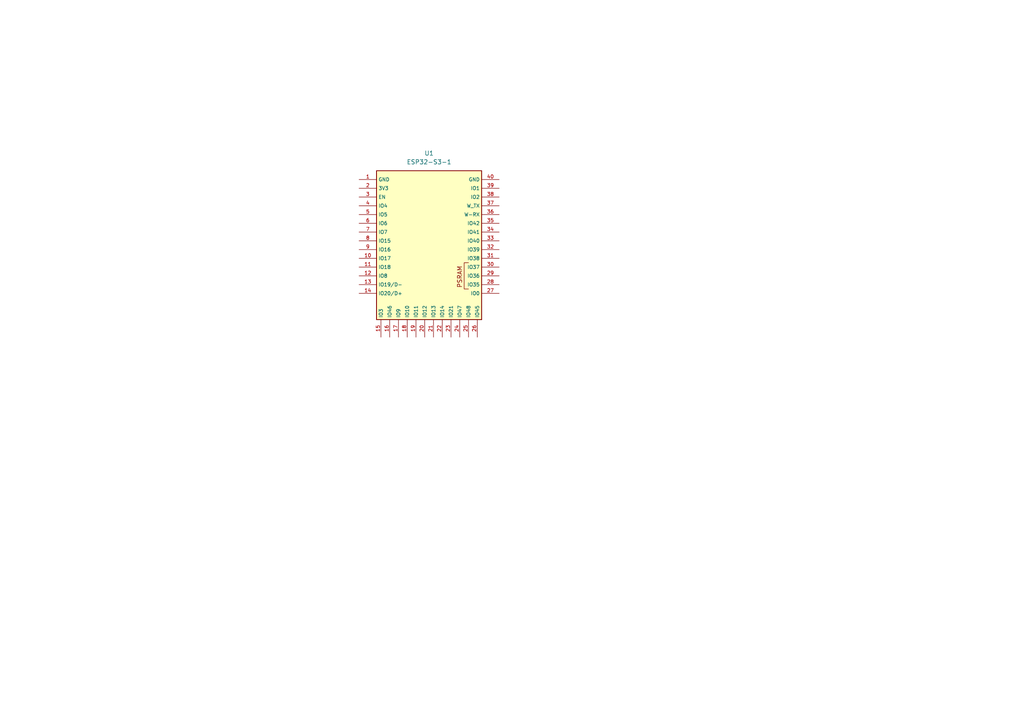
<source format=kicad_sch>
(kicad_sch (version 20250114) (generator "eeschema") (generator_version "9.0")
  (paper "A4")
  (lib_symbols
    (symbol "mouseLib:ESP32-S3-1-WROOM"
      (property "Reference" "U" (at -25.4 72.39 0))
      (property "Value" "ESP32-S3-1" (at 0 0 0))
      (symbol "ESP32-S3-1-WROOM_0_0"
        (rectangle (start -15.24 20.32) (end 15.24 -22.86) (stroke (width 0.254)) (fill (type background)))
        (pin power_in line (at -20.32 17.78 0) (length 5.08) (name "GND") (number "1"))
        (pin power_in line (at -20.32 15.24 0) (length 5.08) (name "3V3") (number "2"))
        (pin input line (at -20.32 12.7 0) (length 5.08) (name "EN") (number "3"))
        (pin bidirectional line (at -20.32 10.16 0) (length 5.08) (name "IO4") (number "4"))
        (pin bidirectional line (at -20.32 7.62 0) (length 5.08) (name "IO5") (number "5"))
        (pin bidirectional line (at -20.32 5.08 0) (length 5.08) (name "IO6") (number "6"))
        (pin bidirectional line (at -20.32 2.54 0) (length 5.08) (name "IO7") (number "7"))
      )
      (symbol "ESP32-S3-1-WROOM_0_1"
        (polyline (pts (xy 11.43 -6.35) (xy 10.16 -6.35) (xy 10.16 -13.97) (xy 11.43 -13.97)))
      )
      (symbol "ESP32-S3-1-WROOM_1_0"
        (pin bidirectional line (at -20.32 0 0) (length 5.08) (name "IO15") (number "8"))
        (pin bidirectional line (at -20.32 -2.54 0) (length 5.08) (name "IO16") (number "9"))
        (pin bidirectional line (at -20.32 -5.08 0) (length 5.08) (name "IO17") (number "10"))
        (pin bidirectional line (at -20.32 -7.62 0) (length 5.08) (name "IO18") (number "11"))
        (pin bidirectional line (at -20.32 -10.16 0) (length 5.08) (name "IO8") (number "12"))
        (pin bidirectional line (at -20.32 -12.7 0) (length 5.08) (name "IO19/D-") (number "13"))
        (pin bidirectional line (at -20.32 -15.24 0) (length 5.08) (name "IO20/D+") (number "14"))
        (pin bidirectional line (at -13.97 -27.94 90) (length 5.08) (name "IO3") (number "15"))
        (pin bidirectional line (at -11.43 -27.94 90) (length 5.08) (name "IO46") (number "16"))
        (pin bidirectional line (at -8.89 -27.94 90) (length 5.08) (name "IO9") (number "17"))
        (pin bidirectional line (at -6.35 -27.94 90) (length 5.08) (name "IO10") (number "18"))
        (pin bidirectional line (at -3.81 -27.94 90) (length 5.08) (name "IO11") (number "19"))
        (pin bidirectional line (at -1.27 -27.94 90) (length 5.08) (name "IO12") (number "20"))
        (pin bidirectional line (at 1.27 -27.94 90) (length 5.08) (name "IO13") (number "21"))
        (pin bidirectional line (at 3.81 -27.94 90) (length 5.08) (name "IO14") (number "22"))
        (pin bidirectional line (at 6.35 -27.94 90) (length 5.08) (name "IO21") (number "23"))
        (pin bidirectional line (at 8.89 -27.94 90) (length 5.08) (name "IO47") (number "24"))
        (pin bidirectional line (at 11.43 -27.94 90) (length 5.08) (name "IO48") (number "25"))
        (pin bidirectional line (at 13.97 -27.94 90) (length 5.08) (name "IO45") (number "26"))
        (pin passive line (at 20.32 17.78 180) (length 5.08) (name "GND") (number "40"))
        (pin passive line (at 20.32 17.78 180) (length 5.08) (hide yes) (name "GND__1") (number "41"))
        (pin bidirectional line (at 20.32 15.24 180) (length 5.08) (name "IO1") (number "39"))
        (pin bidirectional line (at 20.32 12.7 180) (length 5.08) (name "IO2") (number "38"))
        (pin bidirectional line (at 20.32 10.16 180) (length 5.08) (name "W_TX") (number "37"))
        (pin bidirectional line (at 20.32 7.62 180) (length 5.08) (name "W-RX") (number "36"))
        (pin bidirectional line (at 20.32 5.08 180) (length 5.08) (name "IO42") (number "35"))
        (pin bidirectional line (at 20.32 2.54 180) (length 5.08) (name "IO41") (number "34"))
        (pin bidirectional line (at 20.32 0 180) (length 5.08) (name "IO40") (number "33"))
        (pin bidirectional line (at 20.32 -2.54 180) (length 5.08) (name "IO39") (number "32"))
        (pin bidirectional line (at 20.32 -5.08 180) (length 5.08) (name "IO38") (number "31"))
        (pin bidirectional line (at 20.32 -7.62 180) (length 5.08) (name "IO37") (number "30"))
        (pin bidirectional line (at 20.32 -10.16 180) (length 5.08) (name "IO36") (number "29"))
        (pin bidirectional line (at 20.32 -12.7 180) (length 5.08) (name "IO35") (number "28"))
        (pin bidirectional line (at 20.32 -15.24 180) (length 5.08) (name "IO0") (number "27"))
      )
      (symbol "ESP32-S3-1-WROOM_1_1"
        (text "PSRAM" (at 8.89 -10.414 900) (effects (font (size 1.27 1.27))))
      )
    )
  )
  (symbol (lib_id "mouseLib:ESP32-S3-1-WROOM") (at 124.46 69.85 0) (unit 1)
    (property "Reference" "U1" (at 124.46 44.45 0))
    (property "Value" "ESP32-S3-1" (at 124.46 46.99 0))
    (property "Footprint" "RMSmouse:450301014042" (effects (hide yes)))
  )
)
</source>
